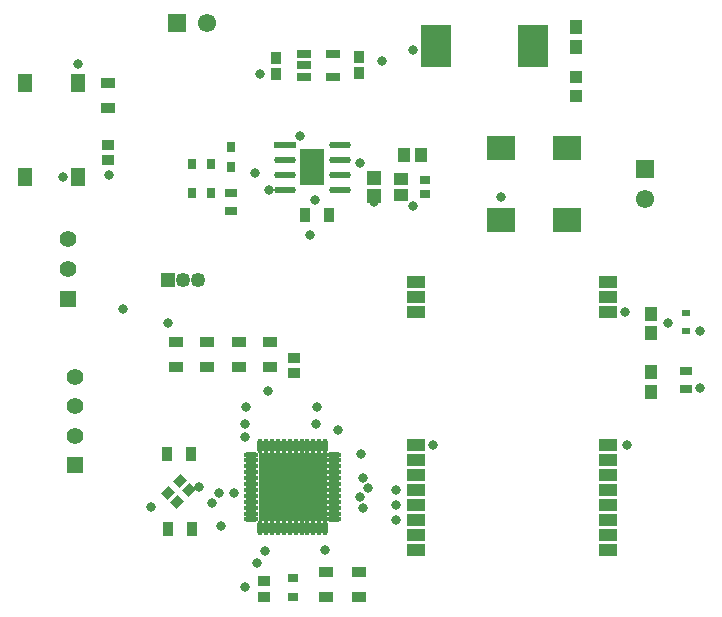
<source format=gts>
G04*
G04 #@! TF.GenerationSoftware,Altium Limited,Altium Designer,22.5.1 (42)*
G04*
G04 Layer_Color=8388736*
%FSLAX44Y44*%
%MOMM*%
G71*
G04*
G04 #@! TF.SameCoordinates,548A175F-BCEF-4031-9993-F39C1D0A8298*
G04*
G04*
G04 #@! TF.FilePolarity,Negative*
G04*
G01*
G75*
%ADD16R,1.3000X1.5500*%
%ADD17R,1.1062X1.2549*%
G04:AMPARAMS|DCode=22|XSize=0.9mm|YSize=0.8mm|CornerRadius=0mm|HoleSize=0mm|Usage=FLASHONLY|Rotation=225.000|XOffset=0mm|YOffset=0mm|HoleType=Round|Shape=Rectangle|*
%AMROTATEDRECTD22*
4,1,4,0.0354,0.6010,0.6010,0.0354,-0.0354,-0.6010,-0.6010,-0.0354,0.0354,0.6010,0.0*
%
%ADD22ROTATEDRECTD22*%

%ADD24R,1.2062X0.9562*%
%ADD25R,0.9562X1.2062*%
%ADD26R,0.9000X0.7500*%
%ADD28R,1.8741X0.5421*%
G04:AMPARAMS|DCode=29|XSize=1.8741mm|YSize=0.5421mm|CornerRadius=0.2711mm|HoleSize=0mm|Usage=FLASHONLY|Rotation=0.000|XOffset=0mm|YOffset=0mm|HoleType=Round|Shape=RoundedRectangle|*
%AMROUNDEDRECTD29*
21,1,1.8741,0.0000,0,0,0.0*
21,1,1.3319,0.5421,0,0,0.0*
1,1,0.5421,0.6660,0.0000*
1,1,0.5421,-0.6660,0.0000*
1,1,0.5421,-0.6660,0.0000*
1,1,0.5421,0.6660,0.0000*
%
%ADD29ROUNDEDRECTD29*%
%ADD30R,1.0621X1.1350*%
%ADD31R,1.0000X0.7500*%
%ADD33R,0.8000X0.9000*%
%ADD35R,0.8000X0.6000*%
%ADD36R,0.9121X1.0578*%
%ADD39R,2.3300X1.9900*%
%ADD40R,0.7500X0.9000*%
%ADD41R,1.2032X0.8032*%
%ADD42O,1.2032X0.4532*%
%ADD43O,0.4532X1.2032*%
%ADD44R,5.8032X5.8032*%
%ADD45R,1.0532X0.9532*%
%ADD46R,1.6032X1.0032*%
%ADD47R,2.0250X3.1000*%
%ADD48R,1.1032X1.2532*%
%ADD49R,2.6032X3.6032*%
%ADD50R,1.0032X0.8032*%
%ADD51R,1.2032X1.1032*%
%ADD52R,1.2532X1.1532*%
%ADD53R,1.4000X1.4000*%
%ADD54C,1.4000*%
%ADD55C,1.2532*%
%ADD56R,1.2532X1.2532*%
%ADD57R,1.5500X1.5500*%
%ADD58C,1.5500*%
%ADD59R,1.5500X1.5500*%
%ADD60C,0.8132*%
%ADD61C,0.7032*%
D16*
X760031Y628270D02*
D03*
Y707770D02*
D03*
X805031Y628270D02*
D03*
Y707770D02*
D03*
D17*
X1290320Y495933D02*
D03*
Y512447D02*
D03*
Y446404D02*
D03*
Y462916D02*
D03*
X1227031Y755016D02*
D03*
Y738503D02*
D03*
D22*
X891331Y370789D02*
D03*
X881431Y360889D02*
D03*
X889209Y353111D02*
D03*
X899109Y363011D02*
D03*
D24*
X830580Y686890D02*
D03*
Y707390D02*
D03*
X967951Y467650D02*
D03*
Y488150D02*
D03*
X941281Y467650D02*
D03*
Y488150D02*
D03*
X914611Y467650D02*
D03*
Y488150D02*
D03*
X887941Y467650D02*
D03*
Y488150D02*
D03*
X1042670Y293460D02*
D03*
Y272960D02*
D03*
X1014730Y293460D02*
D03*
Y272960D02*
D03*
D25*
X881290Y330200D02*
D03*
X901790D02*
D03*
X900520Y393700D02*
D03*
X880020D02*
D03*
X1017571Y595630D02*
D03*
X997071D02*
D03*
D26*
X986790Y288420D02*
D03*
Y272920D02*
D03*
X1098550Y625760D02*
D03*
Y613760D02*
D03*
D28*
X980350Y655320D02*
D03*
D29*
Y642620D02*
D03*
Y629920D02*
D03*
Y617220D02*
D03*
X1026672D02*
D03*
Y629920D02*
D03*
Y642620D02*
D03*
Y655320D02*
D03*
D30*
X1227031Y696696D02*
D03*
Y713004D02*
D03*
D31*
X934720Y599560D02*
D03*
Y614560D02*
D03*
D33*
Y636660D02*
D03*
Y653660D02*
D03*
D35*
X1319530Y498210D02*
D03*
Y512710D02*
D03*
D36*
X1042881Y715858D02*
D03*
Y729402D02*
D03*
X973031Y715436D02*
D03*
Y728980D02*
D03*
D39*
X1219411Y592200D02*
D03*
Y652400D02*
D03*
X1163531Y592200D02*
D03*
Y652400D02*
D03*
D40*
X901781Y614680D02*
D03*
X917281D02*
D03*
X901781Y638810D02*
D03*
X917281D02*
D03*
D41*
X1020591Y732130D02*
D03*
Y713130D02*
D03*
X996591D02*
D03*
Y722630D02*
D03*
Y732130D02*
D03*
D42*
X951790Y393260D02*
D03*
Y388260D02*
D03*
Y383260D02*
D03*
Y378260D02*
D03*
Y373260D02*
D03*
Y368260D02*
D03*
Y363260D02*
D03*
Y358260D02*
D03*
Y353260D02*
D03*
Y348260D02*
D03*
Y343260D02*
D03*
Y338260D02*
D03*
X1021790D02*
D03*
Y343260D02*
D03*
Y348260D02*
D03*
Y353260D02*
D03*
Y358260D02*
D03*
Y363260D02*
D03*
Y368260D02*
D03*
Y373260D02*
D03*
Y378260D02*
D03*
Y383260D02*
D03*
Y388260D02*
D03*
Y393260D02*
D03*
D43*
X959290Y330760D02*
D03*
X964290D02*
D03*
X969290D02*
D03*
X974290D02*
D03*
X979290D02*
D03*
X984290D02*
D03*
X989290D02*
D03*
X994290D02*
D03*
X999290D02*
D03*
X1004290D02*
D03*
X1009290D02*
D03*
X1014290D02*
D03*
Y400760D02*
D03*
X1009290D02*
D03*
X1004290D02*
D03*
X999290D02*
D03*
X994290D02*
D03*
X989290D02*
D03*
X984290D02*
D03*
X979290D02*
D03*
X974290D02*
D03*
X969290D02*
D03*
X964290D02*
D03*
X959290D02*
D03*
D44*
X986790Y365760D02*
D03*
D45*
X962660Y285900D02*
D03*
Y272900D02*
D03*
X988271Y462130D02*
D03*
Y475130D02*
D03*
X830580Y642470D02*
D03*
Y655470D02*
D03*
D46*
X1253490Y513560D02*
D03*
Y538960D02*
D03*
Y526260D02*
D03*
Y401320D02*
D03*
Y363460D02*
D03*
Y388860D02*
D03*
Y376160D02*
D03*
Y325360D02*
D03*
Y350760D02*
D03*
Y338060D02*
D03*
Y312660D02*
D03*
X1090930Y513560D02*
D03*
Y538960D02*
D03*
Y526260D02*
D03*
Y401320D02*
D03*
Y363460D02*
D03*
Y388860D02*
D03*
Y376160D02*
D03*
Y325360D02*
D03*
Y350760D02*
D03*
Y338060D02*
D03*
Y312660D02*
D03*
D47*
X1003511Y636270D02*
D03*
D48*
X1081140Y646430D02*
D03*
X1095640D02*
D03*
D49*
X1190350Y739140D02*
D03*
X1108350D02*
D03*
D50*
X1319530Y449050D02*
D03*
Y463550D02*
D03*
D51*
X1078441Y613010D02*
D03*
Y626510D02*
D03*
D52*
X1055581Y627010D02*
D03*
Y612510D02*
D03*
D53*
X802851Y384140D02*
D03*
X796290Y525310D02*
D03*
D54*
X802851Y409140D02*
D03*
Y434140D02*
D03*
Y459140D02*
D03*
X796290Y550310D02*
D03*
Y575310D02*
D03*
D55*
X906780Y541020D02*
D03*
X894080D02*
D03*
D56*
X881380D02*
D03*
D57*
X1285410Y634589D02*
D03*
D58*
Y609589D02*
D03*
X914200Y758360D02*
D03*
D59*
X889200D02*
D03*
D60*
X1163320Y610870D02*
D03*
X946150Y280670D02*
D03*
X881380Y504190D02*
D03*
X1044930Y393420D02*
D03*
X1105890Y401040D02*
D03*
X1269720D02*
D03*
X1331950Y449300D02*
D03*
Y497560D02*
D03*
X1268450Y514070D02*
D03*
X792200Y628370D02*
D03*
X805011Y723517D02*
D03*
X867130Y348970D02*
D03*
X907770Y365480D02*
D03*
X1304290Y504190D02*
D03*
X1001214Y578960D02*
D03*
X1088390Y735330D02*
D03*
X1088978Y603614D02*
D03*
X1055958Y607424D02*
D03*
X967058Y617584D02*
D03*
X1007698Y646794D02*
D03*
X1062609Y726844D02*
D03*
X831168Y630284D02*
D03*
X842938Y516784D02*
D03*
X956310Y300990D02*
D03*
X926418Y333104D02*
D03*
X924560Y360680D02*
D03*
X918210Y351790D02*
D03*
X937260Y360680D02*
D03*
X963248Y311514D02*
D03*
X1014048Y312784D02*
D03*
X946738Y408034D02*
D03*
X965788Y447404D02*
D03*
X1025478Y414384D02*
D03*
X1006428Y419464D02*
D03*
X946738D02*
D03*
X1007110Y433070D02*
D03*
X947420D02*
D03*
X1043940Y356870D02*
D03*
X1050290Y364490D02*
D03*
X1046480Y373380D02*
D03*
X1074420Y350520D02*
D03*
Y363220D02*
D03*
Y337820D02*
D03*
X1046480Y347980D02*
D03*
X955040Y631190D02*
D03*
X1043940Y640080D02*
D03*
X993140Y662940D02*
D03*
X1005840Y608330D02*
D03*
X958850Y715010D02*
D03*
D61*
X964790Y387760D02*
D03*
X975790D02*
D03*
X986790D02*
D03*
X997790D02*
D03*
X1008790D02*
D03*
X964790Y376760D02*
D03*
X975790D02*
D03*
X986790D02*
D03*
X997790D02*
D03*
X1008790D02*
D03*
X964790Y365760D02*
D03*
X975790D02*
D03*
X986790D02*
D03*
X997790D02*
D03*
X1008790D02*
D03*
X964790Y354760D02*
D03*
X975790D02*
D03*
X986790D02*
D03*
X997790D02*
D03*
X1008790D02*
D03*
X964790Y343760D02*
D03*
X975790D02*
D03*
X986790D02*
D03*
X997790D02*
D03*
X1008790D02*
D03*
M02*

</source>
